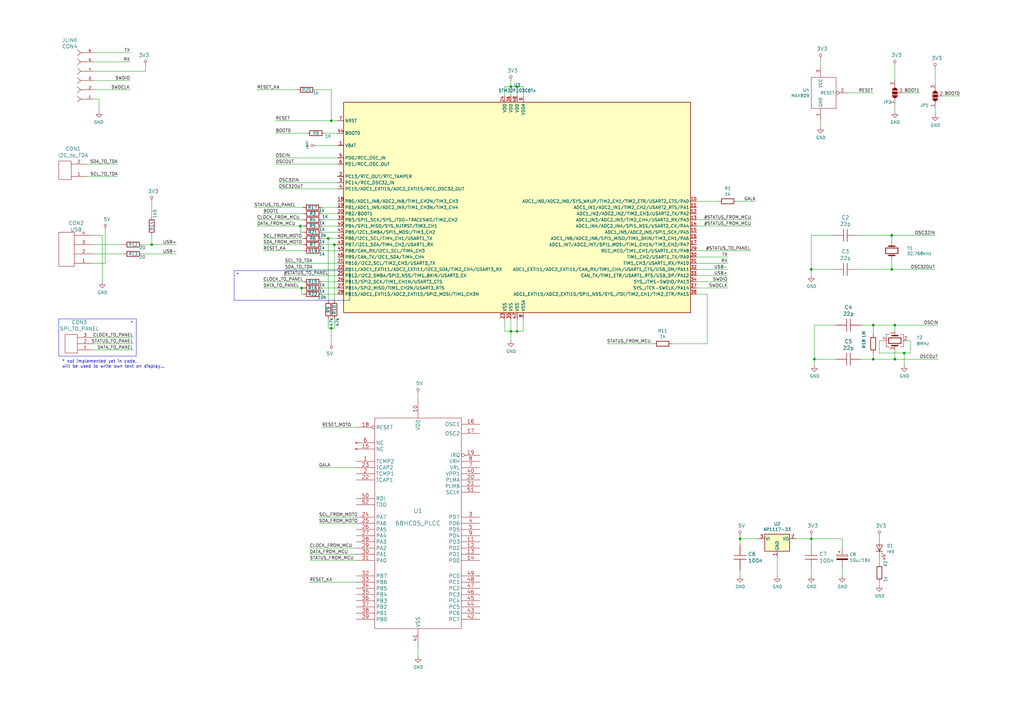
<source format=kicad_sch>
(kicad_sch (version 20200506) (host eeschema "5.99.0-unknown-c3b50d3~88~ubuntu18.04.1")
  (page "A3")
  (title_block (title "Volume fix for audi concert1/chorus1 made by Blaupunkt") (date "2018-09-21") (rev "2.0") (comment 1 "Standalone version") (comment 2 "Author: Tomas Kovacik"))
  (lib_symbols
    (symbol "Device:CP" (pin_numbers hide) (pin_names (offset 0.254))
      (property "Reference" "C" (at 0.635 2.54 0))
      (property "Value" "CP" (at 0.635 -2.54 0))
      (symbol "CP_0_1"
        (rectangle (start -2.286 0.508) (end -2.286 1.016))
        (rectangle (start -2.286 0.508) (end 2.286 0.508))
        (rectangle (start 2.286 -0.508) (end -2.286 -1.016) (fill (type outline)))
        (rectangle (start 2.286 1.016) (end -2.286 1.016))
        (rectangle (start 2.286 1.016) (end 2.286 0.508))
        (polyline (pts (xy -1.778 2.286) (xy -0.762 2.286)))
        (polyline (pts (xy -1.27 2.794) (xy -1.27 1.778)))
      )
      (symbol "CP_1_1"
        (pin passive line (at 0 3.81 270) (length 2.794) (name "~") (number "1"))
        (pin passive line (at 0 -3.81 90) (length 2.794) (name "~") (number "2"))
      )
    )
    (symbol "Device:Crystal" (pin_numbers hide) (pin_names hide)
      (property "Reference" "Y" (at 0 3.81 0))
      (property "Value" "Crystal" (at 0 -3.81 0))
      (symbol "Crystal_0_1"
        (rectangle (start -1.143 2.54) (end 1.143 -2.54) (stroke (width 0.3048)))
        (polyline (pts (xy -2.54 0) (xy -1.905 0)))
        (polyline (pts (xy -1.905 -1.27) (xy -1.905 1.27)) (stroke (width 0.508)))
        (polyline (pts (xy 1.905 -1.27) (xy 1.905 1.27)) (stroke (width 0.508)))
        (polyline (pts (xy 2.54 0) (xy 1.905 0)))
      )
      (symbol "Crystal_1_1"
        (pin passive line (at -3.81 0 0) (length 1.27) (name "1") (number "1"))
        (pin passive line (at 3.81 0 180) (length 1.27) (name "2") (number "2"))
      )
    )
    (symbol "Device:Crystal_GND24" (pin_names hide)
      (property "Reference" "Y" (at 3.175 5.08 0))
      (property "Value" "Crystal_GND24" (at 3.175 3.175 0))
      (symbol "Crystal_GND24_0_1"
        (rectangle (start -1.143 2.54) (end 1.143 -2.54) (stroke (width 0.3048)))
        (polyline (pts (xy -2.54 0) (xy -2.032 0)))
        (polyline (pts (xy -2.032 -1.27) (xy -2.032 1.27)) (stroke (width 0.508)))
        (polyline (pts (xy 0 -3.81) (xy 0 -3.556)))
        (polyline (pts (xy 0 3.556) (xy 0 3.81)))
        (polyline (pts (xy 2.032 -1.27) (xy 2.032 1.27)) (stroke (width 0.508)))
        (polyline (pts (xy 2.032 0) (xy 2.54 0)))
        (polyline (pts (xy -2.54 -2.286) (xy -2.54 -3.556) (xy 2.54 -3.556) (xy 2.54 -2.286)))
        (polyline (pts (xy -2.54 2.286) (xy -2.54 3.556) (xy 2.54 3.556) (xy 2.54 2.286)))
      )
      (symbol "Crystal_GND24_1_1"
        (pin passive line (at -3.81 0 0) (length 1.27) (name "1") (number "1"))
        (pin passive line (at 0 5.08 270) (length 1.27) (name "2") (number "2"))
        (pin passive line (at 3.81 0 180) (length 1.27) (name "3") (number "3"))
        (pin passive line (at 0 -5.08 90) (length 1.27) (name "4") (number "4"))
      )
    )
    (symbol "Device:LED" (pin_numbers hide) (pin_names hide)
      (property "Reference" "D" (at 0 2.54 0))
      (property "Value" "LED" (at 0 -2.54 0))
      (symbol "LED_0_1"
        (polyline (pts (xy -1.27 -1.27) (xy -1.27 1.27)) (stroke (width 0.2032)))
        (polyline (pts (xy -1.27 0) (xy 1.27 0)))
        (polyline (pts (xy 1.27 -1.27) (xy 1.27 1.27) (xy -1.27 0) (xy 1.27 -1.27)) (stroke (width 0.2032)))
        (polyline (pts (xy -3.048 -0.762) (xy -4.572 -2.286) (xy -3.81 -2.286) (xy -4.572 -2.286) (xy -4.572 -1.524)))
        (polyline (pts (xy -1.778 -0.762) (xy -3.302 -2.286) (xy -2.54 -2.286) (xy -3.302 -2.286) (xy -3.302 -1.524)))
      )
      (symbol "LED_1_1"
        (pin passive line (at -3.81 0 0) (length 2.54) (name "K") (number "1"))
        (pin passive line (at 3.81 0 180) (length 2.54) (name "A") (number "2"))
      )
    )
    (symbol "Device:R" (pin_numbers hide) (pin_names (offset 0))
      (property "Reference" "R" (at 2.032 0 90))
      (property "Value" "R" (at 0 0 90))
      (symbol "R_0_1"
        (rectangle (start -1.016 -2.54) (end 1.016 2.54) (stroke (width 0.254)))
      )
      (symbol "R_1_1"
        (pin passive line (at 0 3.81 270) (length 1.27) (name "~") (number "1"))
        (pin passive line (at 0 -3.81 90) (length 1.27) (name "~") (number "2"))
      )
    )
    (symbol "Jumper:SolderJumper_3_Open" (pin_names (offset 0) hide)
      (property "Reference" "JP" (at -2.54 -2.54 0))
      (property "Value" "SolderJumper_3_Open" (at 0 2.794 0))
      (symbol "SolderJumper_3_Open_0_1"
        (arc (start -1.016 1.016) (end -1.016 -1.016) (radius (at -1.016 0) (length 1.016) (angles 90.1 -90.1)))
        (arc (start -1.016 1.016) (end -1.016 -1.016) (radius (at -1.016 0) (length 1.016) (angles 90.1 -90.1)) (fill (type outline)))
        (arc (start 1.016 -1.016) (end 1.016 1.016) (radius (at 1.016 0) (length 1.016) (angles -89.9 89.9)))
        (arc (start 1.016 -1.016) (end 1.016 1.016) (radius (at 1.016 0) (length 1.016) (angles -89.9 89.9)) (fill (type outline)))
        (rectangle (start -0.508 1.016) (end 0.508 -1.016) (fill (type outline)))
        (polyline (pts (xy -2.54 0) (xy -2.032 0)))
        (polyline (pts (xy -1.016 1.016) (xy -1.016 -1.016)))
        (polyline (pts (xy 0 -1.27) (xy 0 -1.016)))
        (polyline (pts (xy 1.016 1.016) (xy 1.016 -1.016)))
        (polyline (pts (xy 2.54 0) (xy 2.032 0)))
      )
      (symbol "SolderJumper_3_Open_1_1"
        (pin passive line (at -5.08 0 0) (length 2.54) (name "A") (number "1"))
        (pin input line (at 0 -3.81 90) (length 2.54) (name "C") (number "2"))
        (pin passive line (at 5.08 0 180) (length 2.54) (name "B") (number "3"))
      )
    )
    (symbol "MAX809_810:MAX809"
      (property "Reference" "U" (at 5.08 -10.16 0))
      (property "Value" "MAX809" (at 3.81 -11.43 0))
      (symbol "MAX809_0_1"
        (rectangle (start -5.08 -8.89) (end -5.08 3.81))
        (rectangle (start -5.08 -8.89) (end 5.08 -8.89))
        (rectangle (start -5.08 3.81) (end 5.08 3.81))
        (rectangle (start 5.08 3.81) (end 5.08 -8.89))
      )
      (symbol "MAX809_1_1"
        (pin power_in line (at -1.27 -13.97 90) (length 5.08) (name "GND") (number "1"))
        (pin output inverted (at 10.16 -2.54 180) (length 5.08) (name "RESET") (number "2"))
        (pin power_in line (at -1.27 8.89 270) (length 5.08) (name "VCC") (number "3"))
      )
    )
    (symbol "audi_concert1_chorus1_volume_fix-rescue:+BATT-tech-thing" (power) (pin_names (offset 0))
      (property "Value" "+BATT-tech-thing" (at 0 2.54 0))
      (symbol "+BATT-tech-thing_0_1"
        (circle (center 0 1.524) (radius 0.508))
        (polyline (pts (xy 0 0) (xy 0 1.016) (xy 0 1.016)))
      )
      (symbol "+BATT-tech-thing_0_0"
        (pin power_in line (at 0 0 90) (length 0) (name "+BATT") (number "1") hide)
      )
    )
    (symbol "audi_concert1_chorus1_volume_fix-rescue:3V3-pwr" (power) (pin_names (offset 0))
      (property "Value" "3V3-pwr" (at 0 3.81 0))
      (symbol "3V3-pwr_0_1"
        (circle (center 0 1.524) (radius 0.508))
        (polyline (pts (xy 0 0) (xy 0 1.016) (xy 0 1.016)))
      )
      (symbol "3V3-pwr_0_0"
        (pin power_in line (at 0 0 90) (length 0) (name "3V3") (number "1") hide)
      )
    )
    (symbol "audi_concert1_chorus1_volume_fix-rescue:5V-pwr" (power) (pin_names (offset 0))
      (property "Value" "5V-pwr" (at 0 3.81 0))
      (symbol "5V-pwr_0_1"
        (circle (center 0 1.524) (radius 0.508))
        (polyline (pts (xy 0 0) (xy 0 1.016) (xy 0 1.016)))
      )
      (symbol "5V-pwr_0_0"
        (pin power_in line (at 0 0 90) (length 0) (name "5V") (number "1") hide)
      )
    )
    (symbol "audi_concert1_chorus1_volume_fix-rescue:68HC05_PLCC-68HC05"
      (property "Reference" "U" (at 7.62 45.72 0))
      (property "Value" "68HC05_PLCC-68HC05" (at 12.7 -46.99 0))
      (symbol "68HC05_PLCC-68HC05_0_1"
        (rectangle (start -17.78 -43.18) (end 17.78 43.18))
      )
      (symbol "68HC05_PLCC-68HC05_1_1"
        (pin output line (at -25.4 25.4 0) (length 7.62) (name "TCMP2") (number "1"))
        (pin power_in line (at 0 50.8 270) (length 7.62) (name "VDD") (number "10"))
        (pin bidirectional line (at 25.4 -7.62 180) (length 7.62) (name "PD3") (number "11"))
        (pin bidirectional line (at 25.4 -10.16 180) (length 7.62) (name "PD2") (number "12"))
        (pin bidirectional line (at 25.4 -12.7 180) (length 7.62) (name "PD1") (number "13"))
        (pin bidirectional line (at 25.4 -15.24 180) (length 7.62) (name "PD0") (number "14"))
        (pin unconnected line (at -25.4 30.48 0) (length 7.62) (name "NC") (number "15"))
        (pin input line (at 25.4 40.64 180) (length 7.62) (name "OSC1") (number "16"))
        (pin input line (at 25.4 36.83 180) (length 7.62) (name "OSC2") (number "17"))
        (pin input inverted (at -25.4 39.37 0) (length 7.62) (name "RESET") (number "18"))
        (pin input inverted (at 25.4 27.94 180) (length 7.62) (name "IRQ") (number "19"))
        (pin input line (at -25.4 20.32 0) (length 7.62) (name "TCMP1") (number "2"))
        (pin input line (at 25.4 17.78 180) (length 7.62) (name "PLMA") (number "20"))
        (pin input line (at 25.4 15.24 180) (length 7.62) (name "PLMB") (number "21"))
        (pin input line (at -25.4 17.78 0) (length 7.62) (name "TCAP1") (number "22"))
        (pin input line (at -25.4 22.86 0) (length 7.62) (name "TCAP2") (number "23"))
        (pin bidirectional line (at -25.4 2.54 0) (length 7.62) (name "PA7") (number "24"))
        (pin bidirectional line (at -25.4 0 0) (length 7.62) (name "PA6") (number "25"))
        (pin bidirectional line (at -25.4 -2.54 0) (length 7.62) (name "PA5") (number "26"))
        (pin bidirectional line (at -25.4 -5.08 0) (length 7.62) (name "PA4") (number "27"))
        (pin bidirectional line (at -25.4 -7.62 0) (length 7.62) (name "PA3") (number "28"))
        (pin bidirectional line (at -25.4 -10.16 0) (length 7.62) (name "PA2") (number "29"))
        (pin bidirectional line (at 25.4 2.54 180) (length 7.62) (name "PD7") (number "3"))
        (pin bidirectional line (at -25.4 -12.7 0) (length 7.62) (name "PA1") (number "30"))
        (pin bidirectional line (at -25.4 -15.24 0) (length 7.62) (name "PA0") (number "31"))
        (pin bidirectional line (at -25.4 -21.59 0) (length 7.62) (name "PB7") (number "32"))
        (pin bidirectional line (at -25.4 -24.13 0) (length 7.62) (name "PB6") (number "33"))
        (pin bidirectional line (at -25.4 -26.67 0) (length 7.62) (name "PB5") (number "34"))
        (pin bidirectional line (at -25.4 -29.21 0) (length 7.62) (name "PB4") (number "35"))
        (pin bidirectional line (at -25.4 -31.75 0) (length 7.62) (name "PB3") (number "36"))
        (pin bidirectional line (at -25.4 -34.29 0) (length 7.62) (name "PB2") (number "37"))
        (pin bidirectional line (at -25.4 -36.83 0) (length 7.62) (name "PB1") (number "38"))
        (pin bidirectional line (at -25.4 -39.37 0) (length 7.62) (name "PB0") (number "39"))
        (pin bidirectional line (at 25.4 0 180) (length 7.62) (name "PD6") (number "4"))
        (pin power_in line (at 25.4 20.32 180) (length 7.62) (name "VPP1") (number "40"))
        (pin power_out line (at 0 -50.8 90) (length 7.62) (name "VSS") (number "41"))
        (pin bidirectional line (at 25.4 -39.37 180) (length 7.62) (name "PC7") (number "42"))
        (pin bidirectional line (at 25.4 -36.83 180) (length 7.62) (name "PC6") (number "43"))
        (pin bidirectional line (at 25.4 -34.29 180) (length 7.62) (name "PC5") (number "44"))
        (pin bidirectional line (at 25.4 -31.75 180) (length 7.62) (name "PC4") (number "45"))
        (pin bidirectional line (at 25.4 -29.21 180) (length 7.62) (name "PC3") (number "46"))
        (pin bidirectional line (at 25.4 -26.67 180) (length 7.62) (name "PC2") (number "47"))
        (pin bidirectional line (at 25.4 -24.13 180) (length 7.62) (name "PC1") (number "48"))
        (pin bidirectional line (at 25.4 -21.59 180) (length 7.62) (name "PC0") (number "49"))
        (pin bidirectional line (at 25.4 -2.54 180) (length 7.62) (name "PD5") (number "5"))
        (pin input line (at -25.4 10.16 0) (length 7.62) (name "RDI") (number "50"))
        (pin input line (at 25.4 12.7 180) (length 7.62) (name "SCLK") (number "51"))
        (pin output line (at -25.4 7.62 0) (length 7.62) (name "TDO") (number "52"))
        (pin unconnected line (at -25.4 33.02 0) (length 7.62) (name "NC") (number "6"))
        (pin input line (at 25.4 22.86 180) (length 7.62) (name "VRL") (number "7"))
        (pin input line (at 25.4 25.4 180) (length 7.62) (name "VRH") (number "8"))
        (pin bidirectional line (at 25.4 -5.08 180) (length 7.62) (name "PD4") (number "9"))
      )
    )
    (symbol "audi_concert1_chorus1_volume_fix-rescue:AP1117-33-Regulator_Linear" (pin_names (offset 0.254))
      (property "Reference" "U" (at -3.81 3.175 0))
      (property "Value" "AP1117-33-Regulator_Linear" (at 0 3.175 0))
      (symbol "AP1117-33-Regulator_Linear_0_1"
        (rectangle (start -5.08 -5.08) (end 5.08 1.905) (stroke (width 0.254)) (fill (type background)))
      )
      (symbol "AP1117-33-Regulator_Linear_1_1"
        (pin power_in line (at 0 -7.62 90) (length 2.54) (name "GND") (number "1"))
        (pin passive line (at 7.62 0 180) (length 2.54) (name "VO") (number "2"))
        (pin power_in line (at -7.62 0 0) (length 2.54) (name "VI") (number "3"))
      )
    )
    (symbol "audi_concert1_chorus1_volume_fix-rescue:C-c" (pin_numbers hide) (pin_names (offset 0.254))
      (property "Reference" "C" (at 1.27 2.54 0))
      (property "Value" "C-c" (at 1.27 -2.54 0))
      (symbol "C-c_0_1"
        (polyline (pts (xy -2.54 -0.762) (xy 2.54 -0.762)) (stroke (width 0.2032)))
        (polyline (pts (xy -2.54 0.762) (xy 2.54 0.762)) (stroke (width 0.2032)))
      )
      (symbol "C-c_1_1"
        (pin passive line (at 0 5.08 270) (length 4.318) (name "~") (number "1"))
        (pin passive line (at 0 -5.08 90) (length 4.318) (name "~") (number "2"))
      )
    )
    (symbol "audi_concert1_chorus1_volume_fix-rescue:CONN_1x6-Connectors"
      (property "Reference" "P" (at 0 11.43 0))
      (property "Value" "CONN_1x6-Connectors" (at 0 -12.7 0))
      (symbol "CONN_1x6-Connectors_0_1"
        (polyline (pts (xy 0 -10.16) (xy 2.54 -10.16)))
        (polyline (pts (xy 0 -6.35) (xy 2.54 -6.35)))
        (polyline (pts (xy 0 -2.54) (xy -1.27 -3.81)))
        (polyline (pts (xy 0 5.08) (xy 2.54 5.08)))
        (polyline (pts (xy 0 8.89) (xy 2.54 8.89)))
        (polyline (pts (xy -1.27 -8.89) (xy 0 -10.16) (xy -1.27 -11.43)))
        (polyline (pts (xy -1.27 -5.08) (xy 0 -6.35) (xy -1.27 -7.62)))
        (polyline (pts (xy -1.27 2.54) (xy 0 1.27) (xy -1.27 0)))
        (polyline (pts (xy -1.27 3.81) (xy 0 5.08) (xy -1.27 6.35)))
        (polyline (pts (xy -1.27 7.62) (xy 0 8.89) (xy -1.27 10.16)))
        (polyline (pts (xy 0 1.27) (xy 1.27 1.27) (xy 2.54 1.27)))
        (polyline (pts (xy 2.54 -2.54) (xy 0 -2.54) (xy -1.27 -1.27)))
      )
      (symbol "CONN_1x6-Connectors_1_1"
        (pin input line (at 5.08 8.89 180) (length 2.54) (name "~") (number "1"))
        (pin input line (at 5.08 5.08 180) (length 2.54) (name "~") (number "2"))
        (pin input line (at 5.08 1.27 180) (length 2.54) (name "~") (number "3"))
        (pin input line (at 5.08 -2.54 180) (length 2.54) (name "~") (number "4"))
        (pin input line (at 5.08 -6.35 180) (length 2.54) (name "~") (number "5"))
        (pin input line (at 5.08 -10.16 180) (length 2.54) (name "~") (number "6"))
      )
    )
    (symbol "audi_concert1_chorus1_volume_fix-rescue:CONN_2-con" (pin_names hide)
      (property "Reference" "CON" (at 0 5.08 0))
      (property "Value" "CONN_2-con" (at 0 -5.08 0))
      (symbol "CONN_2-con_0_1"
        (rectangle (start -2.54 3.81) (end 2.54 -3.81))
      )
      (symbol "CONN_2-con_1_1"
        (pin passive line (at -8.89 2.54 0) (length 6.35) (name "1") (number "1"))
        (pin passive line (at -8.89 -2.54 0) (length 6.35) (name "2") (number "2"))
      )
    )
    (symbol "audi_concert1_chorus1_volume_fix-rescue:CONN_3-con" (pin_names hide)
      (property "Reference" "CON" (at 0 5.08 0))
      (property "Value" "CONN_3-con" (at 0 -5.08 0))
      (symbol "CONN_3-con_0_1"
        (rectangle (start -2.54 3.81) (end 2.54 -3.81))
      )
      (symbol "CONN_3-con_1_1"
        (pin passive line (at -8.89 2.54 0) (length 6.35) (name "1") (number "1"))
        (pin passive line (at -8.89 0 0) (length 6.35) (name "2") (number "2"))
        (pin passive line (at -8.89 -2.54 0) (length 6.35) (name "3") (number "3"))
      )
    )
    (symbol "audi_concert1_chorus1_volume_fix-rescue:CONN_4-con" (pin_names hide)
      (property "Reference" "CON" (at 0 10.16 0))
      (property "Value" "CONN_4-con" (at 1.27 -6.35 0))
      (symbol "CONN_4-con_0_1"
        (rectangle (start -2.54 8.89) (end 3.81 -5.08))
      )
      (symbol "CONN_4-con_1_1"
        (pin passive line (at -10.16 7.62 0) (length 7.62) (name "1") (number "1"))
        (pin passive line (at -10.16 3.81 0) (length 7.62) (name "2") (number "2"))
        (pin passive line (at -10.16 0 0) (length 7.62) (name "3") (number "3"))
        (pin passive line (at -10.16 -3.81 0) (length 7.62) (name "4") (number "4"))
      )
    )
    (symbol "audi_concert1_chorus1_volume_fix-rescue:STM32F103C8Tx-MCU_ST_STM32"
      (property "Reference" "U" (at -71.12 43.815 0))
      (property "Value" "STM32F103C8Tx-MCU_ST_STM32" (at 71.12 43.815 0))
      (symbol "STM32F103C8Tx-MCU_ST_STM32_0_1"
        (rectangle (start -71.12 -43.18) (end 71.12 43.18) (stroke (width 0.254)) (fill (type background)))
      )
      (symbol "STM32F103C8Tx-MCU_ST_STM32_1_1"
        (pin power_in line (at -73.66 25.4 0) (length 2.54) (name "VBAT") (number "1"))
        (pin bidirectional line (at 73.66 2.54 180) (length 2.54) (name "ADC1_IN0/ADC2_IN0/SYS_WKUP/TIM2_CH1/TIM2_ETR/USART2_CTS/PA0") (number "10"))
        (pin bidirectional line (at 73.66 0 180) (length 2.54) (name "ADC1_IN1/ADC2_IN1/TIM2_CH2/USART2_RTS/PA1") (number "11"))
        (pin bidirectional line (at 73.66 -2.54 180) (length 2.54) (name "ADC1_IN2/ADC2_IN2/TIM2_CH3/USART2_TX/PA2") (number "12"))
        (pin bidirectional line (at 73.66 -5.08 180) (length 2.54) (name "ADC1_IN3/ADC2_IN3/TIM2_CH4/USART2_RX/PA3") (number "13"))
        (pin bidirectional line (at 73.66 -7.62 180) (length 2.54) (name "ADC1_IN4/ADC2_IN4/SPI1_NSS/USART2_CK/PA4") (number "14"))
        (pin bidirectional line (at 73.66 -10.16 180) (length 2.54) (name "ADC1_IN5/ADC2_IN5/SPI1_SCK/PA5") (number "15"))
        (pin bidirectional line (at 73.66 -12.7 180) (length 2.54) (name "ADC1_IN6/ADC2_IN6/SPI1_MISO/TIM1_BKIN/TIM3_CH1/PA6") (number "16"))
        (pin bidirectional line (at 73.66 -15.24 180) (length 2.54) (name "ADC1_IN7/ADC2_IN7/SPI1_MOSI/TIM1_CH1N/TIM3_CH2/PA7") (number "17"))
        (pin bidirectional line (at -73.66 2.54 0) (length 2.54) (name "PB0/ADC1_IN8/ADC2_IN8/TIM1_CH2N/TIM3_CH3") (number "18"))
        (pin bidirectional line (at -73.66 0 0) (length 2.54) (name "PB1/ADC1_IN9/ADC2_IN9/TIM1_CH3N/TIM3_CH4") (number "19"))
        (pin bidirectional line (at -73.66 12.7 0) (length 2.54) (name "PC13/RTC_OUT/RTC_TAMPER") (number "2"))
        (pin bidirectional line (at -73.66 -2.54 0) (length 2.54) (name "PB2/BOOT1") (number "20"))
        (pin bidirectional line (at -73.66 -22.86 0) (length 2.54) (name "PB10/I2C2_SCL/TIM2_CH3/USART3_TX") (number "21"))
        (pin bidirectional line (at -73.66 -25.4 0) (length 2.54) (name "PB11/ADC1_EXTI11/ADC2_EXTI11/I2C2_SDA/TIM2_CH4/USART3_RX") (number "22"))
        (pin power_in line (at -5.08 -45.72 90) (length 2.54) (name "VSS") (number "23"))
        (pin power_in line (at -5.08 45.72 270) (length 2.54) (name "VDD") (number "24"))
        (pin bidirectional line (at -73.66 -27.94 0) (length 2.54) (name "PB12/I2C2_SMBA/SPI2_NSS/TIM1_BKIN/USART3_CK") (number "25"))
        (pin bidirectional line (at -73.66 -30.48 0) (length 2.54) (name "PB13/SPI2_SCK/TIM1_CH1N/USART3_CTS") (number "26"))
        (pin bidirectional line (at -73.66 -33.02 0) (length 2.54) (name "PB14/SPI2_MISO/TIM1_CH2N/USART3_RTS") (number "27"))
        (pin bidirectional line (at -73.66 -35.56 0) (length 2.54) (name "PB15/ADC1_EXTI15/ADC2_EXTI15/SPI2_MOSI/TIM1_CH3N") (number "28"))
        (pin bidirectional line (at 73.66 -17.78 180) (length 2.54) (name "RCC_MCO/TIM1_CH1/USART1_CK/PA8") (number "29"))
        (pin bidirectional line (at -73.66 10.16 0) (length 2.54) (name "PC14/RCC_OSC32_IN") (number "3"))
        (pin bidirectional line (at 73.66 -20.32 180) (length 2.54) (name "TIM1_CH2/USART1_TX/PA9") (number "30"))
        (pin bidirectional line (at 73.66 -22.86 180) (length 2.54) (name "TIM1_CH3/USART1_RX/PA10") (number "31"))
        (pin bidirectional line (at 73.66 -25.4 180) (length 2.54) (name "ADC1_EXTI11/ADC2_EXTI11/CAN_RX/TIM1_CH4/USART1_CTS/USB_DM/PA11") (number "32"))
        (pin bidirectional line (at 73.66 -27.94 180) (length 2.54) (name "CAN_TX/TIM1_ETR/USART1_RTS/USB_DP/PA12") (number "33"))
        (pin bidirectional line (at 73.66 -30.48 180) (length 2.54) (name "SYS_JTMS-SWDIO/PA13") (number "34"))
        (pin power_in line (at -2.54 -45.72 90) (length 2.54) (name "VSS") (number "35"))
        (pin power_in line (at -2.54 45.72 270) (length 2.54) (name "VDD") (number "36"))
        (pin bidirectional line (at 73.66 -33.02 180) (length 2.54) (name "SYS_JTCK-SWCLK/PA14") (number "37"))
        (pin bidirectional line (at 73.66 -35.56 180) (length 2.54) (name "ADC1_EXTI15/ADC2_EXTI15/SPI1_NSS/SYS_JTDI/TIM2_CH1/TIM2_ETR/PA15") (number "38"))
        (pin bidirectional line (at -73.66 -5.08 0) (length 2.54) (name "PB3/SPI1_SCK/SYS_JTDO-TRACESWO/TIM2_CH2") (number "39"))
        (pin bidirectional line (at -73.66 7.62 0) (length 2.54) (name "PC15/ADC1_EXTI15/ADC2_EXTI15/RCC_OSC32_OUT") (number "4"))
        (pin bidirectional line (at -73.66 -7.62 0) (length 2.54) (name "PB4/SPI1_MISO/SYS_NJTRST/TIM3_CH1") (number "40"))
        (pin bidirectional line (at -73.66 -10.16 0) (length 2.54) (name "PB5/I2C1_SMBA/SPI1_MOSI/TIM3_CH2") (number "41"))
        (pin bidirectional line (at -73.66 -12.7 0) (length 2.54) (name "PB6/I2C1_SCL/TIM4_CH1/USART1_TX") (number "42"))
        (pin bidirectional line (at -73.66 -15.24 0) (length 2.54) (name "PB7/I2C1_SDA/TIM4_CH2/USART1_RX") (number "43"))
        (pin input line (at -73.66 30.48 0) (length 2.54) (name "BOOT0") (number "44"))
        (pin bidirectional line (at -73.66 -17.78 0) (length 2.54) (name "PB8/CAN_RX/I2C1_SCL/TIM4_CH3") (number "45"))
        (pin bidirectional line (at -73.66 -20.32 0) (length 2.54) (name "PB9/CAN_TX/I2C1_SDA/TIM4_CH4") (number "46"))
        (pin power_in line (at 0 -45.72 90) (length 2.54) (name "VSS") (number "47"))
        (pin power_in line (at 0 45.72 270) (length 2.54) (name "VDD") (number "48"))
        (pin input line (at -73.66 20.32 0) (length 2.54) (name "PD0/RCC_OSC_IN") (number "5"))
        (pin input line (at -73.66 17.78 0) (length 2.54) (name "PD1/RCC_OSC_OUT") (number "6"))
        (pin input line (at -73.66 35.56 0) (length 2.54) (name "NRST") (number "7"))
        (pin power_in line (at 2.54 -45.72 90) (length 2.54) (name "VSSA") (number "8"))
        (pin power_in line (at 2.54 45.72 270) (length 2.54) (name "VDDA") (number "9"))
      )
    )
    (symbol "power:GND" (power) (pin_names (offset 0))
      (property "Value" "GND" (at 0 -3.81 0))
      (symbol "GND_0_1"
        (polyline (pts (xy 0 0) (xy 0 -1.27) (xy 1.27 -1.27) (xy 0 -2.54) (xy -1.27 -1.27) (xy 0 -1.27)))
      )
      (symbol "GND_1_1"
        (pin power_in line (at 0 0 270) (length 0) (name "GND") (number "1") hide)
      )
    )
  )
  (junction (at 62.23 100.33))
  (junction (at 123.19 92.71))
  (junction (at 123.698 118.11))
  (junction (at 134.62 97.79))
  (junction (at 135.89 49.53))
  (junction (at 135.89 134.62))
  (junction (at 137.16 100.33))
  (junction (at 209.55 35.56))
  (junction (at 209.55 135.89))
  (junction (at 212.09 35.56))
  (junction (at 212.09 135.89))
  (junction (at 303.53 220.98))
  (junction (at 332.74 110.49))
  (junction (at 332.74 220.98))
  (junction (at 334.01 147.32))
  (junction (at 358.14 133.35))
  (junction (at 358.14 147.32))
  (junction (at 365.76 96.52))
  (junction (at 365.76 110.49))
  (junction (at 367.03 133.35))
  (junction (at 367.03 147.32))
  (junction (at 370.84 144.78))
  (wire (pts (xy 38.1 21.59) (xy 53.34 21.59)))
  (wire (pts (xy 38.1 25.4) (xy 53.34 25.4)))
  (wire (pts (xy 38.1 33.02) (xy 53.34 33.02)))
  (wire (pts (xy 38.1 36.83) (xy 53.34 36.83)))
  (wire (pts (xy 38.1 40.64) (xy 40.64 40.64)))
  (wire (pts (xy 38.1 96.52) (xy 41.91 96.52)))
  (wire (pts (xy 38.1 104.14) (xy 50.8 104.14)))
  (wire (pts (xy 38.1 107.95) (xy 43.18 107.95)))
  (wire (pts (xy 38.1 138.43) (xy 54.61 138.43)))
  (wire (pts (xy 38.1 140.97) (xy 54.61 140.97)))
  (wire (pts (xy 38.1 143.51) (xy 54.61 143.51)))
  (wire (pts (xy 40.64 40.64) (xy 40.64 45.72)))
  (wire (pts (xy 41.91 96.52) (xy 41.91 115.57)))
  (wire (pts (xy 43.18 93.98) (xy 43.18 107.95)))
  (wire (pts (xy 48.26 67.31) (xy 35.56 67.31)))
  (wire (pts (xy 48.26 72.39) (xy 35.56 72.39)))
  (wire (pts (xy 50.8 100.33) (xy 38.1 100.33)))
  (wire (pts (xy 58.42 100.33) (xy 62.23 100.33)))
  (wire (pts (xy 58.42 104.14) (xy 72.39 104.14)))
  (wire (pts (xy 59.69 26.67) (xy 59.69 29.21)))
  (wire (pts (xy 59.69 29.21) (xy 38.1 29.21)))
  (wire (pts (xy 62.23 82.55) (xy 62.23 88.9)))
  (wire (pts (xy 62.23 96.52) (xy 62.23 100.33)))
  (wire (pts (xy 62.23 100.33) (xy 72.39 100.33)))
  (wire (pts (xy 104.267 85.09) (xy 124.333 85.09)))
  (wire (pts (xy 105.41 90.17) (xy 124.46 90.17)))
  (wire (pts (xy 105.41 92.71) (xy 123.19 92.71)))
  (wire (pts (xy 107.95 87.63) (xy 124.46 87.63)))
  (wire (pts (xy 107.95 97.79) (xy 124.46 97.79)))
  (wire (pts (xy 107.95 100.33) (xy 124.46 100.33)))
  (wire (pts (xy 107.95 115.57) (xy 124.46 115.57)))
  (wire (pts (xy 107.95 118.11) (xy 123.698 118.11)))
  (wire (pts (xy 113.03 49.53) (xy 135.89 49.53)))
  (wire (pts (xy 113.03 64.77) (xy 138.43 64.77)))
  (wire (pts (xy 113.03 67.31) (xy 138.43 67.31)))
  (wire (pts (xy 114.3 74.93) (xy 138.43 74.93)))
  (wire (pts (xy 114.3 77.47) (xy 138.43 77.47)))
  (wire (pts (xy 116.84 107.95) (xy 138.43 107.95)))
  (wire (pts (xy 116.84 110.49) (xy 138.43 110.49)))
  (wire (pts (xy 121.92 36.83) (xy 105.41 36.83)))
  (wire (pts (xy 123.19 92.71) (xy 124.46 92.71)))
  (wire (pts (xy 123.19 95.25) (xy 123.19 92.71)))
  (wire (pts (xy 123.19 95.25) (xy 124.46 95.25)))
  (wire (pts (xy 123.698 118.11) (xy 124.46 118.11)))
  (wire (pts (xy 123.698 120.65) (xy 123.698 118.11)))
  (wire (pts (xy 124.46 102.87) (xy 107.95 102.87)))
  (wire (pts (xy 124.46 120.65) (xy 123.698 120.65)))
  (wire (pts (xy 125.73 54.61) (xy 113.03 54.61)))
  (wire (pts (xy 127 224.79) (xy 146.05 224.79)))
  (wire (pts (xy 127 227.33) (xy 146.05 227.33)))
  (wire (pts (xy 127 229.87) (xy 146.05 229.87)))
  (wire (pts (xy 129.54 36.83) (xy 135.89 36.83)))
  (wire (pts (xy 131.953 85.09) (xy 138.43 85.09)))
  (wire (pts (xy 132.08 87.63) (xy 138.43 87.63)))
  (wire (pts (xy 132.08 92.71) (xy 138.43 92.71)))
  (wire (pts (xy 132.08 95.25) (xy 138.43 95.25)))
  (wire (pts (xy 132.08 97.79) (xy 134.62 97.79)))
  (wire (pts (xy 132.08 100.33) (xy 137.16 100.33)))
  (wire (pts (xy 132.08 102.87) (xy 138.43 102.87)))
  (wire (pts (xy 132.08 115.57) (xy 138.43 115.57)))
  (wire (pts (xy 132.08 118.11) (xy 138.43 118.11)))
  (wire (pts (xy 132.08 120.65) (xy 138.43 120.65)))
  (wire (pts (xy 134.62 97.79) (xy 134.62 123.19)))
  (wire (pts (xy 134.62 97.79) (xy 138.43 97.79)))
  (wire (pts (xy 134.62 130.81) (xy 134.62 134.62)))
  (wire (pts (xy 134.62 134.62) (xy 135.89 134.62)))
  (wire (pts (xy 135.89 36.83) (xy 135.89 49.53)))
  (wire (pts (xy 135.89 49.53) (xy 138.43 49.53)))
  (wire (pts (xy 135.89 134.62) (xy 135.89 140.97)))
  (wire (pts (xy 135.89 134.62) (xy 137.16 134.62)))
  (wire (pts (xy 137.16 100.33) (xy 138.43 100.33)))
  (wire (pts (xy 137.16 123.19) (xy 137.16 100.33)))
  (wire (pts (xy 137.16 134.62) (xy 137.16 130.81)))
  (wire (pts (xy 138.43 54.61) (xy 133.35 54.61)))
  (wire (pts (xy 138.43 59.69) (xy 129.54 59.69)))
  (wire (pts (xy 138.43 90.17) (xy 132.08 90.17)))
  (wire (pts (xy 138.43 113.03) (xy 116.332 113.03)))
  (wire (pts (xy 146.05 175.26) (xy 132.08 175.26)))
  (wire (pts (xy 146.05 191.77) (xy 130.81 191.77)))
  (wire (pts (xy 146.05 212.09) (xy 130.81 212.09)))
  (wire (pts (xy 146.05 214.63) (xy 130.81 214.63)))
  (wire (pts (xy 146.05 238.76) (xy 127 238.76)))
  (wire (pts (xy 171.45 161.29) (xy 171.45 163.83)))
  (wire (pts (xy 171.45 269.24) (xy 171.45 265.43)))
  (wire (pts (xy 207.01 35.56) (xy 209.55 35.56)))
  (wire (pts (xy 207.01 39.37) (xy 207.01 35.56)))
  (wire (pts (xy 207.01 130.81) (xy 207.01 135.89)))
  (wire (pts (xy 207.01 135.89) (xy 209.55 135.89)))
  (wire (pts (xy 209.55 33.02) (xy 209.55 35.56)))
  (wire (pts (xy 209.55 35.56) (xy 209.55 39.37)))
  (wire (pts (xy 209.55 130.81) (xy 209.55 135.89)))
  (wire (pts (xy 209.55 135.89) (xy 209.55 139.7)))
  (wire (pts (xy 209.55 135.89) (xy 212.09 135.89)))
  (wire (pts (xy 212.09 35.56) (xy 209.55 35.56)))
  (wire (pts (xy 212.09 39.37) (xy 212.09 35.56)))
  (wire (pts (xy 212.09 135.89) (xy 212.09 130.81)))
  (wire (pts (xy 214.63 35.56) (xy 212.09 35.56)))
  (wire (pts (xy 214.63 39.37) (xy 214.63 35.56)))
  (wire (pts (xy 214.63 130.81) (xy 214.63 135.89)))
  (wire (pts (xy 214.63 135.89) (xy 212.09 135.89)))
  (wire (pts (xy 248.92 140.97) (xy 267.97 140.97)))
  (wire (pts (xy 275.59 140.97) (xy 290.068 140.97)))
  (wire (pts (xy 285.75 90.17) (xy 308.102 90.17)))
  (wire (pts (xy 285.75 92.71) (xy 308.102 92.71)))
  (wire (pts (xy 285.75 102.87) (xy 307.848 102.87)))
  (wire (pts (xy 285.75 105.41) (xy 298.45 105.41)))
  (wire (pts (xy 285.75 107.95) (xy 298.45 107.95)))
  (wire (pts (xy 285.75 110.49) (xy 298.45 110.49)))
  (wire (pts (xy 285.75 113.03) (xy 298.45 113.03)))
  (wire (pts (xy 285.75 115.57) (xy 298.45 115.57)))
  (wire (pts (xy 285.75 118.11) (xy 298.45 118.11)))
  (wire (pts (xy 285.75 120.65) (xy 290.068 120.65)))
  (wire (pts (xy 290.068 120.65) (xy 290.068 140.97)))
  (wire (pts (xy 294.64 82.55) (xy 285.75 82.55)))
  (wire (pts (xy 302.26 82.55) (xy 309.88 82.55)))
  (wire (pts (xy 303.53 220.98) (xy 303.53 219.71)))
  (wire (pts (xy 303.53 220.98) (xy 303.53 223.52)))
  (wire (pts (xy 303.53 233.68) (xy 303.53 236.22)))
  (wire (pts (xy 311.15 220.98) (xy 303.53 220.98)))
  (wire (pts (xy 318.77 228.6) (xy 318.77 236.22)))
  (wire (pts (xy 326.39 220.98) (xy 332.74 220.98)))
  (wire (pts (xy 332.74 96.52) (xy 332.74 110.49)))
  (wire (pts (xy 332.74 113.03) (xy 332.74 110.49)))
  (wire (pts (xy 332.74 220.98) (xy 332.74 219.71)))
  (wire (pts (xy 332.74 220.98) (xy 332.74 223.52)))
  (wire (pts (xy 332.74 233.68) (xy 332.74 236.22)))
  (wire (pts (xy 334.01 133.35) (xy 334.01 147.32)))
  (wire (pts (xy 334.01 149.86) (xy 334.01 147.32)))
  (wire (pts (xy 336.55 26.67) (xy 336.55 24.13)))
  (wire (pts (xy 336.55 49.53) (xy 336.55 52.07)))
  (wire (pts (xy 341.63 96.52) (xy 332.74 96.52)))
  (wire (pts (xy 341.63 110.49) (xy 332.74 110.49)))
  (wire (pts (xy 342.9 133.35) (xy 334.01 133.35)))
  (wire (pts (xy 342.9 147.32) (xy 334.01 147.32)))
  (wire (pts (xy 345.44 220.98) (xy 332.74 220.98)))
  (wire (pts (xy 345.44 224.79) (xy 345.44 220.98)))
  (wire (pts (xy 345.44 236.22) (xy 345.44 232.41)))
  (wire (pts (xy 347.98 38.1) (xy 358.14 38.1)))
  (wire (pts (xy 351.79 96.52) (xy 365.76 96.52)))
  (wire (pts (xy 351.79 110.49) (xy 365.76 110.49)))
  (wire (pts (xy 353.06 133.35) (xy 358.14 133.35)))
  (wire (pts (xy 353.06 147.32) (xy 358.14 147.32)))
  (wire (pts (xy 358.14 133.35) (xy 367.03 133.35)))
  (wire (pts (xy 358.14 137.16) (xy 358.14 133.35)))
  (wire (pts (xy 358.14 144.78) (xy 358.14 147.32)))
  (wire (pts (xy 358.14 147.32) (xy 367.03 147.32)))
  (wire (pts (xy 360.68 139.7) (xy 360.68 144.78)))
  (wire (pts (xy 360.68 144.78) (xy 370.84 144.78)))
  (wire (pts (xy 360.68 219.71) (xy 360.68 220.98)))
  (wire (pts (xy 360.68 231.14) (xy 360.68 228.6)))
  (wire (pts (xy 360.68 240.03) (xy 360.68 238.76)))
  (wire (pts (xy 361.95 139.7) (xy 360.68 139.7)))
  (wire (pts (xy 365.76 96.52) (xy 383.54 96.52)))
  (wire (pts (xy 365.76 99.06) (xy 365.76 96.52)))
  (wire (pts (xy 365.76 106.68) (xy 365.76 110.49)))
  (wire (pts (xy 365.76 110.49) (xy 383.54 110.49)))
  (wire (pts (xy 367.03 26.67) (xy 367.03 33.02)))
  (wire (pts (xy 367.03 45.72) (xy 367.03 43.18)))
  (wire (pts (xy 367.03 133.35) (xy 384.81 133.35)))
  (wire (pts (xy 367.03 135.89) (xy 367.03 133.35)))
  (wire (pts (xy 367.03 143.51) (xy 367.03 147.32)))
  (wire (pts (xy 367.03 147.32) (xy 384.81 147.32)))
  (wire (pts (xy 370.84 38.1) (xy 377.19 38.1)))
  (wire (pts (xy 370.84 144.78) (xy 370.84 149.86)))
  (wire (pts (xy 370.84 144.78) (xy 373.38 144.78)))
  (wire (pts (xy 373.38 139.7) (xy 372.11 139.7)))
  (wire (pts (xy 373.38 144.78) (xy 373.38 139.7)))
  (wire (pts (xy 383.54 27.94) (xy 383.54 34.29)))
  (wire (pts (xy 383.54 46.99) (xy 383.54 44.45)))
  (wire (pts (xy 393.7 39.37) (xy 387.35 39.37)))
  (polyline (pts (xy 24.13 130.81) (xy 24.13 146.05)))
  (polyline (pts (xy 24.13 146.05) (xy 55.88 146.05)))
  (polyline (pts (xy 55.88 130.81) (xy 24.13 130.81)))
  (polyline (pts (xy 55.88 146.05) (xy 55.88 130.81)))
  (polyline (pts (xy 96.012 110.998) (xy 96.012 123.19)))
  (polyline (pts (xy 96.012 123.19) (xy 143.51 123.19)))
  (polyline (pts (xy 143.51 110.998) (xy 96.012 110.998)))
  (polyline (pts (xy 143.51 123.19) (xy 143.51 110.998)))
  (text "* not implemented yet in code, \nwill be used to write own text on display..." (at 25.4 151.13 0) (effects (font (size 1.27 1.27)) (justify left bottom)))
  (text "*" (at 54.61 133.35 180) (effects (font (size 1.27 1.27)) (justify right bottom)))
  (text "*" (at 98.044 113.538 180) (effects (font (size 1.27 1.27)) (justify right bottom)))
  (label "SDA_TO_TDA" (at 48.26 67.31 180))
  (label "SCL_TO_TDA" (at 48.26 72.39 180))
  (label "TX" (at 53.34 21.59 180))
  (label "RX" (at 53.34 25.4 180))
  (label "SWDIO" (at 53.34 33.02 180))
  (label "SWDCLK" (at 53.34 36.83 180))
  (label "CLOCK_TO_PANEL" (at 54.61 138.43 180))
  (label "STATUS_TO_PANEL" (at 54.61 140.97 180))
  (label "DATA_TO_PANEL" (at 54.61 143.51 180))
  (label "USB+" (at 72.39 100.33 180))
  (label "USB-" (at 72.39 104.14 180))
  (label "STATUS_TO_PANEL" (at 104.267 85.09 0))
  (label "RESET_KA" (at 105.41 36.83 0))
  (label "CLOCK_FROM_MCU" (at 105.41 90.17 0))
  (label "DATA_FROM_MCU" (at 105.41 92.71 0))
  (label "BOOT1" (at 107.95 87.63 0))
  (label "SCL_FROM_MOTO" (at 107.95 97.79 0))
  (label "SDA_FROM_MOTO" (at 107.95 100.33 0))
  (label "RESET_KA" (at 107.95 102.87 0))
  (label "CLOCK_TO_PANEL" (at 107.95 115.57 0))
  (label "DATA_TO_PANEL" (at 107.95 118.11 0))
  (label "RESET" (at 113.03 49.53 0))
  (label "BOOT0" (at 113.03 54.61 0))
  (label "OSCIN" (at 113.03 64.77 0))
  (label "OSCOUT" (at 113.03 67.31 0))
  (label "OSC32IN" (at 114.3 74.93 0))
  (label "OSC32OUT" (at 114.3 77.47 0))
  (label "#STATUS_TO_PANEL" (at 116.332 113.03 0))
  (label "SCL_TO_TDA" (at 116.84 107.95 0))
  (label "SDA_TO_TDA" (at 116.84 110.49 0))
  (label "CLOCK_FROM_MCU" (at 127 224.79 0))
  (label "DATA_FROM_MCU" (at 127 227.33 0))
  (label "STATUS_FROM_MCU" (at 127 229.87 0))
  (label "RESET_KA" (at 127 238.76 0))
  (label "GALA" (at 130.81 191.77 0))
  (label "SCL_FROM_MOTO" (at 130.81 212.09 0))
  (label "SDA_FROM_MOTO" (at 130.81 214.63 0))
  (label "RESET_MOTO" (at 132.08 175.26 0))
  (label "STATUS_FROM_MCU" (at 248.92 140.97 0))
  (label "TX" (at 298.45 105.41 180))
  (label "RX" (at 298.45 107.95 180))
  (label "USB-" (at 298.45 110.49 180))
  (label "USB+" (at 298.45 113.03 180))
  (label "SWDIO" (at 298.45 115.57 180))
  (label "SWDCLK" (at 298.45 118.11 180))
  (label "#STATUS_TO_PANEL" (at 307.848 102.87 180))
  (label "#STATUS_FROM_MCU" (at 308.102 90.17 180))
  (label "#STATUS_FROM_MCU" (at 308.102 92.71 180))
  (label "GALA" (at 309.88 82.55 180))
  (label "RESET" (at 358.14 38.1 180))
  (label "BOOT1" (at 377.19 38.1 180))
  (label "OSC32IN" (at 383.54 96.52 180))
  (label "OSC32OUT" (at 383.54 110.49 180))
  (label "OSCIN" (at 384.81 133.35 180))
  (label "OSCOUT" (at 384.81 147.32 180))
  (label "BOOT0" (at 393.7 39.37 180))
  (symbol (lib_id "audi_concert1_chorus1_volume_fix-rescue:+BATT-tech-thing") (at 129.54 59.69 90) (unit 1)
    (property "Reference" "#PWR0105" (effects hide))
    (property "Value" "+BATT" (at 126.0348 59.6138 0) (effects (font (size 0.762 0.762))))
  )
  (symbol (lib_id "audi_concert1_chorus1_volume_fix-rescue:5V-pwr") (at 43.18 93.98 0) (unit 1)
    (property "Reference" "#PWR02" (effects hide))
    (property "Value" "5V" (at 43.815 89.8906 0) (effects (font (size 1.524 1.524))))
  )
  (symbol (lib_id "audi_concert1_chorus1_volume_fix-rescue:3V3-pwr") (at 59.69 26.67 0) (mirror y) (unit 1)
    (property "Reference" "#PWR012" (effects hide))
    (property "Value" "3V3" (at 59.055 22.5806 0) (effects (font (size 1.524 1.524))))
  )
  (symbol (lib_id "audi_concert1_chorus1_volume_fix-rescue:3V3-pwr") (at 62.23 82.55 0) (unit 1)
    (property "Reference" "#PWR0115" (effects hide))
    (property "Value" "3V3" (at 62.865 78.4606 0) (effects (font (size 1.524 1.524))))
  )
  (symbol (lib_id "audi_concert1_chorus1_volume_fix-rescue:5V-pwr") (at 135.89 140.97 180) (unit 1)
    (property "Reference" "#PWR0103" (effects hide))
    (property "Value" "5V" (at 135.2296 145.034 0) (effects (font (size 1.524 1.524))))
  )
  (symbol (lib_id "audi_concert1_chorus1_volume_fix-rescue:5V-pwr") (at 171.45 161.29 0) (unit 1)
    (property "Reference" "#PWR0102" (effects hide))
    (property "Value" "5V" (at 172.085 157.2006 0) (effects (font (size 1.524 1.524))))
  )
  (symbol (lib_id "audi_concert1_chorus1_volume_fix-rescue:3V3-pwr") (at 209.55 33.02 0) (unit 1)
    (property "Reference" "#PWR0104" (effects hide))
    (property "Value" "3V3" (at 210.185 28.9306 0) (effects (font (size 1.524 1.524))))
  )
  (symbol (lib_id "audi_concert1_chorus1_volume_fix-rescue:5V-pwr") (at 303.53 219.71 0) (unit 1)
    (property "Reference" "#PWR06" (effects hide))
    (property "Value" "5V" (at 304.165 215.6206 0) (effects (font (size 1.524 1.524))))
  )
  (symbol (lib_id "audi_concert1_chorus1_volume_fix-rescue:3V3-pwr") (at 332.74 219.71 0) (unit 1)
    (property "Reference" "#PWR09" (effects hide))
    (property "Value" "3V3" (at 333.375 215.6206 0) (effects (font (size 1.524 1.524))))
  )
  (symbol (lib_id "audi_concert1_chorus1_volume_fix-rescue:3V3-pwr") (at 336.55 24.13 0) (unit 1)
    (property "Reference" "#PWR0109" (effects hide))
    (property "Value" "3V3" (at 337.185 20.0406 0) (effects (font (size 1.524 1.524))))
  )
  (symbol (lib_id "audi_concert1_chorus1_volume_fix-rescue:3V3-pwr") (at 360.68 219.71 0) (unit 1)
    (property "Reference" "#PWR0113" (effects hide))
    (property "Value" "3V3" (at 361.315 215.6206 0) (effects (font (size 1.524 1.524))))
  )
  (symbol (lib_id "audi_concert1_chorus1_volume_fix-rescue:3V3-pwr") (at 367.03 26.67 0) (unit 1)
    (property "Reference" "#PWR0112" (effects hide))
    (property "Value" "3V3" (at 367.665 22.5806 0) (effects (font (size 1.524 1.524))))
  )
  (symbol (lib_id "audi_concert1_chorus1_volume_fix-rescue:3V3-pwr") (at 383.54 27.94 0) (unit 1)
    (property "Reference" "#PWR0108" (effects hide))
    (property "Value" "3V3" (at 384.175 23.8506 0) (effects (font (size 1.524 1.524))))
  )
  (symbol (lib_id "power:GND") (at 40.64 45.72 0) (mirror y) (unit 1)
    (property "Reference" "#PWR013" (effects hide))
    (property "Value" "GND" (at 40.513 50.1142 0))
  )
  (symbol (lib_id "power:GND") (at 41.91 115.57 0) (unit 1)
    (property "Reference" "#PWR01" (effects hide))
    (property "Value" "GND" (at 42.037 119.9642 0))
  )
  (symbol (lib_id "power:GND") (at 171.45 269.24 0) (unit 1)
    (property "Reference" "#PWR0101" (effects hide))
    (property "Value" "GND" (at 171.577 273.6342 0))
  )
  (symbol (lib_id "power:GND") (at 209.55 139.7 0) (unit 1)
    (property "Reference" "#PWR0106" (effects hide))
    (property "Value" "GND" (at 209.677 144.0942 0))
  )
  (symbol (lib_id "power:GND") (at 303.53 236.22 0) (unit 1)
    (property "Reference" "#PWR07" (effects hide))
    (property "Value" "GND" (at 303.657 240.6142 0))
  )
  (symbol (lib_id "power:GND") (at 318.77 236.22 0) (unit 1)
    (property "Reference" "#PWR08" (effects hide))
    (property "Value" "GND" (at 318.897 240.6142 0))
  )
  (symbol (lib_id "power:GND") (at 332.74 113.03 0) (unit 1)
    (property "Reference" "#PWR03" (effects hide))
    (property "Value" "GND" (at 332.867 117.4242 0))
  )
  (symbol (lib_id "power:GND") (at 332.74 236.22 0) (unit 1)
    (property "Reference" "#PWR010" (effects hide))
    (property "Value" "GND" (at 332.867 240.6142 0))
  )
  (symbol (lib_id "power:GND") (at 334.01 149.86 0) (unit 1)
    (property "Reference" "#PWR04" (effects hide))
    (property "Value" "GND" (at 334.137 154.2542 0))
  )
  (symbol (lib_id "power:GND") (at 336.55 52.07 0) (unit 1)
    (property "Reference" "#PWR014" (effects hide))
    (property "Value" "GND" (at 336.677 56.4642 0))
  )
  (symbol (lib_id "power:GND") (at 345.44 236.22 0) (unit 1)
    (property "Reference" "#PWR011" (effects hide))
    (property "Value" "GND" (at 345.567 240.6142 0))
  )
  (symbol (lib_id "power:GND") (at 360.68 240.03 0) (unit 1)
    (property "Reference" "#PWR0114" (effects hide))
    (property "Value" "GND" (at 360.807 244.4242 0))
  )
  (symbol (lib_id "power:GND") (at 367.03 45.72 0) (unit 1)
    (property "Reference" "#PWR0107" (effects hide))
    (property "Value" "GND" (at 367.157 50.1142 0))
  )
  (symbol (lib_id "power:GND") (at 370.84 149.86 0) (unit 1)
    (property "Reference" "#PWR05" (effects hide))
    (property "Value" "GND" (at 370.967 154.2542 0))
  )
  (symbol (lib_id "power:GND") (at 383.54 46.99 0) (unit 1)
    (property "Reference" "#PWR0111" (effects hide))
    (property "Value" "GND" (at 383.667 51.3842 0))
  )
  (symbol (lib_id "Device:R") (at 54.61 100.33 270) (unit 1)
    (property "Reference" "R12" (at 54.61 100.33 90))
    (property "Value" "20" (at 58.42 101.6 90))
    (property "Footprint" "Resistors_SMD.pretty:R_0805_HandSoldering" (effects hide))
  )
  (symbol (lib_id "Device:R") (at 54.61 104.14 90) (unit 1)
    (property "Reference" "R13" (at 54.61 104.14 90))
    (property "Value" "20" (at 58.42 105.41 90))
    (property "Footprint" "Resistors_SMD.pretty:R_0805_HandSoldering" (effects hide))
  )
  (symbol (lib_id "Device:R") (at 62.23 92.71 0) (mirror y) (unit 1)
    (property "Reference" "R14" (at 62.23 92.71 90))
    (property "Value" "1k5" (at 63.5 87.63 90))
    (property "Footprint" "Resistors_SMD.pretty:R_0805_HandSoldering" (effects hide))
  )
  (symbol (lib_id "Device:R") (at 125.73 36.83 90) (unit 1)
    (property "Reference" "R20" (at 125.73 36.83 90))
    (property "Value" "1k" (at 129.54 38.1 90))
    (property "Footprint" "Resistors_SMD.pretty:R_0805_HandSoldering" (effects hide))
  )
  (symbol (lib_id "Device:R") (at 128.143 85.09 90) (mirror x) (unit 1)
    (property "Reference" "R17" (at 128.143 85.09 90))
    (property "Value" "1k" (at 131.953 86.36 90))
    (property "Footprint" "Resistors_SMD.pretty:R_0805_HandSoldering" (effects hide))
  )
  (symbol (lib_id "Device:R") (at 128.27 87.63 270) (unit 1)
    (property "Reference" "R3" (at 128.27 87.63 90))
    (property "Value" "1K" (at 133.35 88.9 90))
    (property "Footprint" "Resistors_SMD.pretty:R_0805_HandSoldering" (effects hide))
  )
  (symbol (lib_id "Device:R") (at 128.27 90.17 270) (unit 1)
    (property "Reference" "R4" (at 128.27 90.17 90))
    (property "Value" "1k" (at 132.08 91.44 90))
    (property "Footprint" "Resistors_SMD.pretty:R_0805_HandSoldering" (effects hide))
  )
  (symbol (lib_id "Device:R") (at 128.27 92.71 90) (unit 1)
    (property "Reference" "R5" (at 128.27 92.71 90))
    (property "Value" "1k" (at 132.08 93.98 90))
    (property "Footprint" "Resistors_SMD.pretty:R_0805_HandSoldering" (effects hide))
  )
  (symbol (lib_id "Device:R") (at 128.27 95.25 90) (unit 1)
    (property "Reference" "R21" (at 128.27 95.25 90))
    (property "Value" "10k" (at 132.08 96.52 90))
    (property "Footprint" "Resistors_SMD.pretty:R_0805_HandSoldering" (effects hide))
  )
  (symbol (lib_id "Device:R") (at 128.27 97.79 270) (unit 1)
    (property "Reference" "R6" (at 128.27 97.79 90))
    (property "Value" "1k" (at 132.08 99.06 90))
    (property "Footprint" "Resistors_SMD.pretty:R_0805_HandSoldering" (effects hide))
  )
  (symbol (lib_id "Device:R") (at 128.27 100.33 270) (mirror x) (unit 1)
    (property "Reference" "R7" (at 128.27 100.33 90))
    (property "Value" "1k" (at 132.08 101.6 90))
    (property "Footprint" "Resistors_SMD.pretty:R_0805_HandSoldering" (effects hide))
  )
  (symbol (lib_id "Device:R") (at 128.27 102.87 90) (unit 1)
    (property "Reference" "R19" (at 128.27 102.87 90))
    (property "Value" "1k" (at 132.08 104.14 90))
    (property "Footprint" "Resistors_SMD.pretty:R_0805_HandSoldering" (effects hide))
  )
  (symbol (lib_id "Device:R") (at 128.27 115.57 90) (mirror x) (unit 1)
    (property "Reference" "R15" (at 128.27 115.57 90))
    (property "Value" "1k" (at 132.08 116.84 90))
    (property "Footprint" "Resistors_SMD.pretty:R_0805_HandSoldering" (effects hide))
  )
  (symbol (lib_id "Device:R") (at 128.27 118.11 90) (mirror x) (unit 1)
    (property "Reference" "R16" (at 128.27 118.11 90))
    (property "Value" "1k" (at 132.08 119.38 90))
    (property "Footprint" "Resistors_SMD.pretty:R_0805_HandSoldering" (effects hide))
  )
  (symbol (lib_id "Device:R") (at 128.27 120.65 90) (unit 1)
    (property "Reference" "R22" (at 128.27 120.65 90))
    (property "Value" "10k" (at 132.08 121.92 90))
    (property "Footprint" "Resistors_SMD.pretty:R_0805_HandSoldering" (effects hide))
  )
  (symbol (lib_id "Device:R") (at 129.54 54.61 270) (unit 1)
    (property "Reference" "R8" (at 129.54 54.61 90))
    (property "Value" "1K" (at 134.62 55.88 90))
    (property "Footprint" "Resistors_SMD.pretty:R_0805_HandSoldering" (effects hide))
  )
  (symbol (lib_id "Device:R") (at 134.62 127 0) (mirror x) (unit 1)
    (property "Reference" "R9" (at 134.62 127 90))
    (property "Value" "47k" (at 135.89 132.08 90))
    (property "Footprint" "Resistors_SMD.pretty:R_0805_HandSoldering" (effects hide))
  )
  (symbol (lib_id "Device:R") (at 137.16 127 0) (mirror y) (unit 1)
    (property "Reference" "R10" (at 137.16 127 90))
    (property "Value" "47k" (at 138.43 132.08 90))
    (property "Footprint" "Resistors_SMD.pretty:R_0805_HandSoldering" (effects hide))
  )
  (symbol (lib_id "Device:R") (at 271.78 140.97 270) (unit 1)
    (property "Reference" "R11" (at 271.78 135.7122 90))
    (property "Value" "1k" (at 271.78 138.0236 90))
    (property "Footprint" "Resistors_SMD.pretty:R_0805_HandSoldering" (effects hide))
  )
  (symbol (lib_id "Device:R") (at 298.45 82.55 270) (unit 1)
    (property "Reference" "R1" (at 298.45 77.2922 90))
    (property "Value" "1k" (at 298.45 79.6036 90))
    (property "Footprint" "Resistors_SMD.pretty:R_0805_HandSoldering" (effects hide))
  )
  (symbol (lib_id "Device:R") (at 358.14 140.97 0) (mirror x) (unit 1)
    (property "Reference" "R18" (at 354.33 140.97 90))
    (property "Value" "1M" (at 354.33 137.16 90))
    (property "Footprint" "Resistors_SMD.pretty:R_0805_HandSoldering" (effects hide))
  )
  (symbol (lib_id "Device:R") (at 360.68 234.95 180) (unit 1)
    (property "Reference" "R2" (at 363.22 231.14 90))
    (property "Value" "1k" (at 363.22 237.49 90))
    (property "Footprint" "Resistors_SMD.pretty:R_0805_HandSoldering" (effects hide))
  )
  (symbol (lib_id "Device:LED") (at 360.68 224.79 90) (unit 1)
    (property "Reference" "D1" (at 363.6772 223.8248 90) (effects (justify right)))
    (property "Value" "red" (at 363.6772 226.1362 90) (effects (justify right)))
    (property "Footprint" "LEDs.pretty:LED-1206" (effects hide))
  )
  (symbol (lib_id "Device:CP") (at 345.44 228.6 0) (unit 1)
    (property "Reference" "C8" (at 348.4372 227.4316 0) (effects (justify left)))
    (property "Value" "10u/16V" (at 348.4372 229.743 0) (effects (justify left)))
    (property "Footprint" "Capacitors_Tantalum_SMD.pretty:TantalC_SizeA_EIA-3216_HandSoldering" (effects hide))
  )
  (symbol (lib_id "Device:Crystal") (at 365.76 102.87 270) (unit 1)
    (property "Reference" "Y1" (at 371.8814 101.7016 90) (effects (justify left)))
    (property "Value" "32.768kHz" (at 371.8814 104.013 90) (effects (justify left)))
    (property "Footprint" "Crystals:Crystal_SMD_3215-2pin_3.2x1.5mm" (effects hide))
  )
  (symbol (lib_id "Jumper:SolderJumper_3_Open") (at 367.03 38.1 90) (unit 1)
    (property "Reference" "JP2" (at 365.76 41.91 90) (effects (justify left)))
    (property "Value" "SolderJumper_3_Open" (effects hide))
    (property "Footprint" "Jumper:SolderJumper-3_P1.3mm_Open_RoundedPad1.0x1.5mm_NumberLabels" (effects hide))
  )
  (symbol (lib_id "Jumper:SolderJumper_3_Open") (at 383.54 39.37 90) (unit 1)
    (property "Reference" "JP1" (at 381 43.18 90) (effects (justify left)))
    (property "Value" "SolderJumper_3_Open" (effects hide))
    (property "Footprint" "Jumper:SolderJumper-3_P1.3mm_Open_RoundedPad1.0x1.5mm_NumberLabels" (effects hide))
  )
  (symbol (lib_id "audi_concert1_chorus1_volume_fix-rescue:C-c") (at 303.53 228.6 0) (unit 1)
    (property "Reference" "C6" (at 306.8066 227.2538 0) (effects (font (size 1.524 1.524)) (justify left)))
    (property "Value" "100n" (at 306.8066 229.9462 0) (effects (font (size 1.524 1.524)) (justify left)))
    (property "Footprint" "Capacitors_SMD.pretty:C_0805_HandSoldering" (effects hide))
  )
  (symbol (lib_id "audi_concert1_chorus1_volume_fix-rescue:C-c") (at 332.74 228.6 0) (unit 1)
    (property "Reference" "C7" (at 336.0166 227.2538 0) (effects (font (size 1.524 1.524)) (justify left)))
    (property "Value" "100n" (at 336.0166 229.9462 0) (effects (font (size 1.524 1.524)) (justify left)))
    (property "Footprint" "Capacitors_SMD.pretty:C_0805_HandSoldering" (effects hide))
  )
  (symbol (lib_id "audi_concert1_chorus1_volume_fix-rescue:C-c") (at 346.71 96.52 270) (unit 1)
    (property "Reference" "C2" (at 346.71 89.2048 90) (effects (font (size 1.524 1.524))))
    (property "Value" "22p" (at 346.71 91.8972 90) (effects (font (size 1.524 1.524))))
    (property "Footprint" "Capacitors_SMD.pretty:C_0805_HandSoldering" (effects hide))
  )
  (symbol (lib_id "audi_concert1_chorus1_volume_fix-rescue:C-c") (at 346.71 110.49 90) (unit 1)
    (property "Reference" "C3" (at 346.71 103.1748 90) (effects (font (size 1.524 1.524))))
    (property "Value" "22p" (at 346.71 105.8672 90) (effects (font (size 1.524 1.524))))
    (property "Footprint" "Capacitors_SMD.pretty:C_0805_HandSoldering" (effects hide))
  )
  (symbol (lib_id "audi_concert1_chorus1_volume_fix-rescue:C-c") (at 347.98 133.35 270) (unit 1)
    (property "Reference" "C4" (at 347.98 126.0348 90) (effects (font (size 1.524 1.524))))
    (property "Value" "22p" (at 347.98 128.7272 90) (effects (font (size 1.524 1.524))))
    (property "Footprint" "Capacitors_SMD.pretty:C_0805_HandSoldering" (effects hide))
  )
  (symbol (lib_id "audi_concert1_chorus1_volume_fix-rescue:C-c") (at 347.98 147.32 90) (unit 1)
    (property "Reference" "C5" (at 347.98 140.0048 90) (effects (font (size 1.524 1.524))))
    (property "Value" "22p" (at 347.98 142.6972 90) (effects (font (size 1.524 1.524))))
    (property "Footprint" "Capacitors_SMD.pretty:C_0805_HandSoldering" (effects hide))
  )
  (symbol (lib_id "Device:Crystal_GND24") (at 367.03 139.7 270) (unit 1)
    (property "Reference" "Y2" (at 375.92 138.43 90) (effects (justify left)))
    (property "Value" "8MHz" (at 375.92 140.97 90) (effects (justify left)))
    (property "Footprint" "Crystals:Crystal_SMD_5032-4pin_5.0x3.2mm" (effects hide))
  )
  (symbol (lib_id "audi_concert1_chorus1_volume_fix-rescue:CONN_2-con") (at 26.67 69.85 180) (unit 1)
    (property "Reference" "CON1" (at 29.9974 61.0362 0) (effects (font (size 1.524 1.524))))
    (property "Value" "I2C_to_TDA" (at 29.9974 63.7286 0) (effects (font (size 1.524 1.524))))
    (property "Footprint" "Pin_Headers.pretty:Pin_Header_Straight_1x02" (effects hide))
  )
  (symbol (lib_id "audi_concert1_chorus1_volume_fix-rescue:CONN_3-con") (at 29.21 140.97 180) (unit 1)
    (property "Reference" "CON3" (at 32.5374 132.1562 0) (effects (font (size 1.524 1.524))))
    (property "Value" "SPI_TO_PANEL" (at 32.5374 134.8486 0) (effects (font (size 1.524 1.524))))
    (property "Footprint" "Pin_Headers.pretty:Pin_Header_Straight_1x03" (effects hide))
  )
  (symbol (lib_id "audi_concert1_chorus1_volume_fix-rescue:CONN_1x6-Connectors") (at 33.02 31.75 0) (mirror x) (unit 1)
    (property "Reference" "CON4" (at 25.4 19.05 0) (effects (font (size 1.524 1.524)) (justify left)))
    (property "Value" "JLINK" (at 25.4 16.51 0) (effects (font (size 1.524 1.524)) (justify left)))
    (property "Footprint" "Pin_Headers.pretty:Pin_Header_Straight_1x06" (effects hide))
  )
  (symbol (lib_id "audi_concert1_chorus1_volume_fix-rescue:AP1117-33-Regulator_Linear") (at 318.77 220.98 0) (unit 1)
    (property "Reference" "U2" (at 318.77 214.8332 0))
    (property "Value" "AP1117-33" (at 318.77 217.1446 0))
    (property "Footprint" "ab2_sot.mod:AB2_SOT223" (effects hide))
    (property "Datasheet" "http://www.diodes.com/datasheets/AP1117.pdf" (effects hide))
  )
  (symbol (lib_id "audi_concert1_chorus1_volume_fix-rescue:CONN_4-con") (at 27.94 100.33 180) (unit 1)
    (property "Reference" "CON2" (at 31.2674 91.5162 0) (effects (font (size 1.524 1.524))))
    (property "Value" "USB" (at 31.2674 94.2086 0) (effects (font (size 1.524 1.524))))
    (property "Footprint" "Pin_Headers.pretty:Pin_Header_Straight_1x04" (effects hide))
  )
  (symbol (lib_id "MAX809_810:MAX809") (at 337.82 35.56 0) (unit 1)
    (property "Reference" "U4" (at 332.0288 36.9316 0) (effects (justify right)))
    (property "Value" "MAX809" (at 332.0288 39.243 0) (effects (justify right)))
    (property "Footprint" "TO_SOT_Packages_SMD.pretty:SOT-23" (effects hide))
    (property "Datasheet" "https://datasheets.maximintegrated.com/en/ds/MAX803-MAX810Z.pdf" (effects hide))
  )
  (symbol (lib_id "audi_concert1_chorus1_volume_fix-rescue:68HC05_PLCC-68HC05") (at 171.45 214.63 0) (unit 1)
    (property "Reference" "U1" (at 171.45 209.55 0) (effects (font (size 1.778 1.778))))
    (property "Value" "68HC05_PLCC" (at 171.45 214.63 0) (effects (font (size 1.778 1.778))))
    (property "Footprint" "modules:PLCC-52_mirrored" (effects hide))
  )
  (symbol (lib_id "audi_concert1_chorus1_volume_fix-rescue:STM32F103C8Tx-MCU_ST_STM32") (at 212.09 85.09 0) (unit 1)
    (property "Reference" "U3" (at 212.09 34.8488 0))
    (property "Value" "STM32F103C8Tx" (at 212.09 37.1602 0))
    (property "Footprint" "Housings_QFP:LQFP-48_7x7mm_Pitch0.5mm" (effects hide))
    (property "Datasheet" "http://www.st.com/st-web-ui/static/active/en/resource/technical/document/datasheet/CD00161566.pdf" (effects hide))
  )
)
</source>
